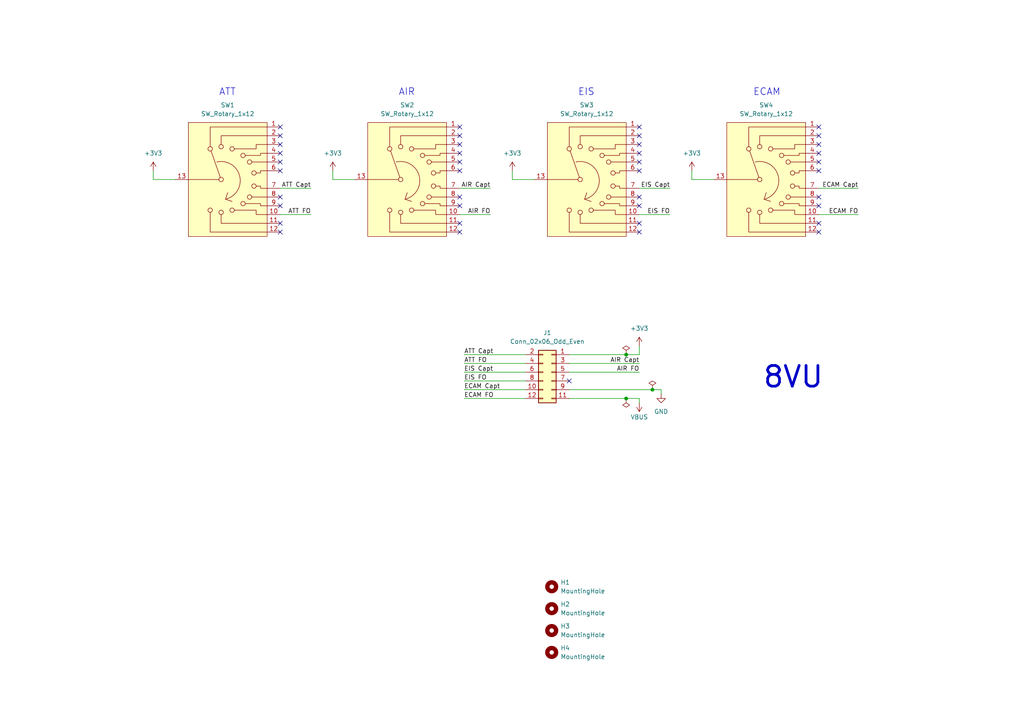
<source format=kicad_sch>
(kicad_sch (version 20231120) (generator "eeschema") (generator_version "8.0")
  (paper "A4")
  (lib_symbols
    (symbol "+3V3_1" (power) (pin_numbers hide) (pin_names (offset 0) hide)
      (property "Value" "+3V3" (at 0 3.556 0))
      (symbol "+3V3_1_0_1"
        (polyline (pts (xy -0.762 1.27) (xy 0 2.54)))
        (polyline (pts (xy 0 0) (xy 0 2.54)))
        (polyline (pts (xy 0 2.54) (xy 0.762 1.27)))
      )
      (symbol "+3V3_1_1_1"
        (pin power_in line (at 0 0 90) (length 0) (name "~") (number "1"))
      )
    )
    (symbol "+3V3_2" (power) (pin_numbers hide) (pin_names (offset 0) hide)
      (property "Value" "+3V3" (at 0 3.556 0))
      (symbol "+3V3_2_0_1"
        (polyline (pts (xy -0.762 1.27) (xy 0 2.54)))
        (polyline (pts (xy 0 0) (xy 0 2.54)))
        (polyline (pts (xy 0 2.54) (xy 0.762 1.27)))
      )
      (symbol "+3V3_2_1_1"
        (pin power_in line (at 0 0 90) (length 0) (name "~") (number "1"))
      )
    )
    (symbol "+3V3_3" (power) (pin_numbers hide) (pin_names (offset 0) hide)
      (property "Value" "+3V3" (at 0 3.556 0))
      (symbol "+3V3_3_0_1"
        (polyline (pts (xy -0.762 1.27) (xy 0 2.54)))
        (polyline (pts (xy 0 0) (xy 0 2.54)))
        (polyline (pts (xy 0 2.54) (xy 0.762 1.27)))
      )
      (symbol "+3V3_3_1_1"
        (pin power_in line (at 0 0 90) (length 0) (name "~") (number "1"))
      )
    )
    (symbol "+3V3_4" (power) (pin_numbers hide) (pin_names (offset 0) hide)
      (property "Value" "+3V3" (at 0 3.556 0))
      (symbol "+3V3_4_0_1"
        (polyline (pts (xy -0.762 1.27) (xy 0 2.54)))
        (polyline (pts (xy 0 0) (xy 0 2.54)))
        (polyline (pts (xy 0 2.54) (xy 0.762 1.27)))
      )
      (symbol "+3V3_4_1_1"
        (pin power_in line (at 0 0 90) (length 0) (name "~") (number "1"))
      )
    )
    (symbol "Connector_Generic:Conn_02x06_Odd_Even" (pin_names (offset 1.016) hide)
      (property "Reference" "J" (at 1.27 7.62 0))
      (property "Value" "Conn_02x06_Odd_Even" (at 1.27 -10.16 0))
      (symbol "Conn_02x06_Odd_Even_1_1"
        (rectangle (start -1.27 -7.493) (end 0 -7.747) (stroke (width 0.1524)))
        (rectangle (start -1.27 -4.953) (end 0 -5.207) (stroke (width 0.1524)))
        (rectangle (start -1.27 -2.413) (end 0 -2.667) (stroke (width 0.1524)))
        (rectangle (start -1.27 0.127) (end 0 -0.127) (stroke (width 0.1524)))
        (rectangle (start -1.27 2.667) (end 0 2.413) (stroke (width 0.1524)))
        (rectangle (start -1.27 5.207) (end 0 4.953) (stroke (width 0.1524)))
        (rectangle (start -1.27 6.35) (end 3.81 -8.89) (stroke (width 0.254)) (fill (type background)))
        (rectangle (start 3.81 -7.493) (end 2.54 -7.747) (stroke (width 0.1524)))
        (rectangle (start 3.81 -4.953) (end 2.54 -5.207) (stroke (width 0.1524)))
        (rectangle (start 3.81 -2.413) (end 2.54 -2.667) (stroke (width 0.1524)))
        (rectangle (start 3.81 0.127) (end 2.54 -0.127) (stroke (width 0.1524)))
        (rectangle (start 3.81 2.667) (end 2.54 2.413) (stroke (width 0.1524)))
        (rectangle (start 3.81 5.207) (end 2.54 4.953) (stroke (width 0.1524)))
        (pin passive line (at -5.08 5.08 0) (length 3.81) (name "Pin_1") (number "1"))
        (pin passive line (at 7.62 -5.08 180) (length 3.81) (name "Pin_10") (number "10"))
        (pin passive line (at -5.08 -7.62 0) (length 3.81) (name "Pin_11") (number "11"))
        (pin passive line (at 7.62 -7.62 180) (length 3.81) (name "Pin_12") (number "12"))
        (pin passive line (at 7.62 5.08 180) (length 3.81) (name "Pin_2") (number "2"))
        (pin passive line (at -5.08 2.54 0) (length 3.81) (name "Pin_3") (number "3"))
        (pin passive line (at 7.62 2.54 180) (length 3.81) (name "Pin_4") (number "4"))
        (pin passive line (at -5.08 0 0) (length 3.81) (name "Pin_5") (number "5"))
        (pin passive line (at 7.62 0 180) (length 3.81) (name "Pin_6") (number "6"))
        (pin passive line (at -5.08 -2.54 0) (length 3.81) (name "Pin_7") (number "7"))
        (pin passive line (at 7.62 -2.54 180) (length 3.81) (name "Pin_8") (number "8"))
        (pin passive line (at -5.08 -5.08 0) (length 3.81) (name "Pin_9") (number "9"))
      )
    )
    (symbol "Mechanical:MountingHole" (pin_names (offset 1.016))
      (property "Reference" "H" (at 0 5.08 0))
      (property "Value" "MountingHole" (at 0 3.175 0))
      (symbol "MountingHole_0_1"
        (circle (center 0 0) (radius 1.27) (stroke (width 1.27)))
      )
    )
    (symbol "Switch:SW_Rotary_1x12" (pin_names (offset 1.016) hide)
      (property "Reference" "SW" (at 0 17.78 0))
      (property "Value" "SW_Rotary_1x12" (at 0 -17.78 0))
      (symbol "SW_Rotary_1x12_0_0"
        (circle (center -5.08 -8.89) (radius 0.635))
        (circle (center -5.08 8.89) (radius 0.635))
        (circle (center -1.905 -9.525) (radius 0.635))
        (circle (center -1.905 0) (radius 0.635))
        (circle (center -1.905 9.525) (radius 0.635))
        (arc (start -0.635 -5.715) (mid 3.4777 0.949) (end -3.175 5.08))
        (polyline (pts (xy -2.1336 0.6096) (xy -4.826 8.2804)))
        (polyline (pts (xy -0.635 -5.715) (xy 0 -3.81)))
        (polyline (pts (xy -0.635 -5.715) (xy 1.27 -6.35)))
        (polyline (pts (xy 6.985 -5.08) (xy 11.43 -5.08)))
        (polyline (pts (xy 6.985 5.08) (xy 11.43 5.08)))
        (polyline (pts (xy -5.08 -9.525) (xy -5.08 -15.24) (xy 11.43 -15.24)))
        (polyline (pts (xy -5.08 9.525) (xy -5.08 15.24) (xy 11.43 15.24)))
        (polyline (pts (xy -1.905 -10.16) (xy -1.905 -12.7) (xy 11.43 -12.7)))
        (polyline (pts (xy -1.905 10.16) (xy -1.905 12.7) (xy 11.43 12.7)))
        (polyline (pts (xy 1.905 -8.89) (xy 8.255 -8.89) (xy 8.255 -10.16) (xy 11.43 -10.16)))
        (polyline (pts (xy 1.905 8.89) (xy 8.255 8.89) (xy 8.255 10.16) (xy 11.43 10.16)))
        (polyline (pts (xy 5.08 -6.985) (xy 9.525 -6.985) (xy 9.525 -7.62) (xy 11.43 -7.62)))
        (polyline (pts (xy 5.08 6.985) (xy 9.525 6.985) (xy 9.525 7.62) (xy 11.43 7.62)))
        (polyline (pts (xy 8.255 -1.905) (xy 9.525 -1.905) (xy 9.525 -2.54) (xy 11.43 -2.54)))
        (polyline (pts (xy 8.255 1.905) (xy 9.525 1.905) (xy 9.525 2.54) (xy 11.43 2.54)))
        (circle (center 1.27 -8.89) (radius 0.635))
        (circle (center 1.27 8.89) (radius 0.635))
        (circle (center 4.445 -6.985) (radius 0.635))
        (circle (center 4.445 6.985) (radius 0.635))
        (circle (center 6.35 -5.08) (radius 0.635))
        (circle (center 6.35 5.08) (radius 0.635))
        (circle (center 7.62 -1.905) (radius 0.635))
        (circle (center 7.62 1.905) (radius 0.635))
      )
      (symbol "SW_Rotary_1x12_1_1"
        (rectangle (start -11.43 16.51) (end 11.43 -16.51) (fill (type background)))
        (polyline (pts (xy -11.43 0) (xy -2.54 0)))
        (pin passive line (at 15.24 15.24 180) (length 3.81) (name "1") (number "1"))
        (pin passive line (at 15.24 -10.16 180) (length 3.81) (name "10") (number "10"))
        (pin passive line (at 15.24 -12.7 180) (length 3.81) (name "11") (number "11"))
        (pin passive line (at 15.24 -15.24 180) (length 3.81) (name "12") (number "12"))
        (pin passive line (at -15.24 0 0) (length 3.81) (name "13") (number "13"))
        (pin passive line (at 15.24 12.7 180) (length 3.81) (name "2") (number "2"))
        (pin passive line (at 15.24 10.16 180) (length 3.81) (name "3") (number "3"))
        (pin passive line (at 15.24 7.62 180) (length 3.81) (name "4") (number "4"))
        (pin passive line (at 15.24 5.08 180) (length 3.81) (name "5") (number "5"))
        (pin passive line (at 15.24 2.54 180) (length 3.81) (name "6") (number "6"))
        (pin passive line (at 15.24 -2.54 180) (length 3.81) (name "7") (number "7"))
        (pin passive line (at 15.24 -5.08 180) (length 3.81) (name "8") (number "8"))
        (pin passive line (at 15.24 -7.62 180) (length 3.81) (name "9") (number "9"))
      )
    )
    (symbol "power:+3V3" (power) (pin_numbers hide) (pin_names (offset 0) hide)
      (property "Value" "+3V3" (at 0 3.556 0))
      (symbol "+3V3_0_1"
        (polyline (pts (xy -0.762 1.27) (xy 0 2.54)))
        (polyline (pts (xy 0 0) (xy 0 2.54)))
        (polyline (pts (xy 0 2.54) (xy 0.762 1.27)))
      )
      (symbol "+3V3_1_1"
        (pin power_in line (at 0 0 90) (length 0) (name "~") (number "1"))
      )
    )
    (symbol "power:GND" (power) (pin_numbers hide) (pin_names (offset 0) hide)
      (property "Value" "GND" (at 0 -3.81 0))
      (symbol "GND_0_1"
        (polyline (pts (xy 0 0) (xy 0 -1.27) (xy 1.27 -1.27) (xy 0 -2.54) (xy -1.27 -1.27) (xy 0 -1.27)))
      )
      (symbol "GND_1_1"
        (pin power_in line (at 0 0 270) (length 0) (name "~") (number "1"))
      )
    )
    (symbol "power:PWR_FLAG" (power) (pin_numbers hide) (pin_names (offset 0) hide)
      (property "Value" "PWR_FLAG" (at 0 3.81 0))
      (symbol "PWR_FLAG_0_0"
        (pin power_out line (at 0 0 90) (length 0) (name "~") (number "1"))
      )
      (symbol "PWR_FLAG_0_1"
        (polyline (pts (xy 0 0) (xy 0 1.27) (xy -1.016 1.905) (xy 0 2.54) (xy 1.016 1.905) (xy 0 1.27)))
      )
    )
    (symbol "power:VBUS" (power) (pin_numbers hide) (pin_names (offset 0) hide)
      (property "Value" "VBUS" (at 0 3.556 0))
      (symbol "VBUS_0_1"
        (polyline (pts (xy -0.762 1.27) (xy 0 2.54)))
        (polyline (pts (xy 0 0) (xy 0 2.54)))
        (polyline (pts (xy 0 2.54) (xy 0.762 1.27)))
      )
      (symbol "VBUS_1_1"
        (pin power_in line (at 0 0 90) (length 0) (name "~") (number "1"))
      )
    )
  )
  (junction (at 189.23 113.03))
  (junction (at 181.61 102.87))
  (junction (at 181.61 115.57))
  (no_connect (at 185.42 57.15))
  (no_connect (at 133.35 41.91))
  (no_connect (at 81.28 67.31))
  (no_connect (at 237.49 49.53))
  (no_connect (at 81.28 57.15))
  (no_connect (at 237.49 64.77))
  (no_connect (at 185.42 46.99))
  (no_connect (at 81.28 36.83))
  (no_connect (at 133.35 67.31))
  (no_connect (at 237.49 46.99))
  (no_connect (at 185.42 59.69))
  (no_connect (at 81.28 46.99))
  (no_connect (at 237.49 57.15))
  (no_connect (at 133.35 44.45))
  (no_connect (at 81.28 59.69))
  (no_connect (at 133.35 46.99))
  (no_connect (at 237.49 44.45))
  (no_connect (at 133.35 57.15))
  (no_connect (at 133.35 59.69))
  (no_connect (at 185.42 67.31))
  (no_connect (at 185.42 44.45))
  (no_connect (at 133.35 36.83))
  (no_connect (at 237.49 59.69))
  (no_connect (at 237.49 36.83))
  (no_connect (at 237.49 39.37))
  (no_connect (at 81.28 49.53))
  (no_connect (at 185.42 64.77))
  (no_connect (at 81.28 64.77))
  (no_connect (at 81.28 39.37))
  (no_connect (at 237.49 67.31))
  (no_connect (at 185.42 36.83))
  (no_connect (at 81.28 41.91))
  (no_connect (at 237.49 41.91))
  (no_connect (at 133.35 64.77))
  (no_connect (at 133.35 49.53))
  (no_connect (at 185.42 41.91))
  (no_connect (at 185.42 49.53))
  (no_connect (at 165.1 110.49))
  (no_connect (at 133.35 39.37))
  (no_connect (at 81.28 44.45))
  (no_connect (at 185.42 39.37))
  (wire (pts (xy 165.1 115.57) (xy 181.61 115.57)))
  (wire (pts (xy 185.42 116.84) (xy 185.42 115.57)))
  (wire (pts (xy 81.28 54.61) (xy 90.17 54.61)))
  (wire (pts (xy 185.42 54.61) (xy 194.31 54.61)))
  (wire (pts (xy 165.1 113.03) (xy 189.23 113.03)))
  (wire (pts (xy 181.61 115.57) (xy 185.42 115.57)))
  (wire (pts (xy 165.1 107.95) (xy 185.42 107.95)))
  (wire (pts (xy 44.45 49.53) (xy 44.45 52.07)))
  (wire (pts (xy 165.1 102.87) (xy 181.61 102.87)))
  (wire (pts (xy 134.62 113.03) (xy 152.4 113.03)))
  (wire (pts (xy 133.35 62.23) (xy 142.24 62.23)))
  (wire (pts (xy 191.77 113.03) (xy 191.77 114.3)))
  (wire (pts (xy 134.62 105.41) (xy 152.4 105.41)))
  (wire (pts (xy 237.49 62.23) (xy 248.92 62.23)))
  (wire (pts (xy 44.45 52.07) (xy 50.8 52.07)))
  (wire (pts (xy 134.62 107.95) (xy 152.4 107.95)))
  (wire (pts (xy 96.52 49.53) (xy 96.52 52.07)))
  (wire (pts (xy 134.62 115.57) (xy 152.4 115.57)))
  (wire (pts (xy 181.61 102.87) (xy 185.42 102.87)))
  (wire (pts (xy 237.49 54.61) (xy 248.92 54.61)))
  (wire (pts (xy 133.35 54.61) (xy 142.24 54.61)))
  (wire (pts (xy 185.42 100.33) (xy 185.42 102.87)))
  (wire (pts (xy 185.42 62.23) (xy 194.31 62.23)))
  (wire (pts (xy 148.59 49.53) (xy 148.59 52.07)))
  (wire (pts (xy 148.59 52.07) (xy 154.94 52.07)))
  (wire (pts (xy 200.66 52.07) (xy 207.01 52.07)))
  (wire (pts (xy 134.62 110.49) (xy 152.4 110.49)))
  (wire (pts (xy 96.52 52.07) (xy 102.87 52.07)))
  (wire (pts (xy 134.62 102.87) (xy 152.4 102.87)))
  (wire (pts (xy 200.66 49.53) (xy 200.66 52.07)))
  (wire (pts (xy 165.1 105.41) (xy 185.42 105.41)))
  (wire (pts (xy 81.28 62.23) (xy 90.17 62.23)))
  (wire (pts (xy 189.23 113.03) (xy 191.77 113.03)))
  (text "AIR" (at 115.57 27.94 0) (effects (font (size 2 2)) (justify left bottom)))
  (text "8VU" (at 220.98 113.03 0) (effects (font (size 6 6) (thickness 0.8) (bold yes)) (justify left bottom)))
  (text "EIS" (at 167.64 27.94 0) (effects (font (size 2 2)) (justify left bottom)))
  (text "ECAM" (at 218.44 27.94 0) (effects (font (size 2 2)) (justify left bottom)))
  (text "ATT" (at 63.5 27.94 0) (effects (font (size 2 2)) (justify left bottom)))
  (label "EIS FO" (at 134.62 110.49 0))
  (label "EIS FO" (at 194.31 62.23 180))
  (label "ECAM Capt" (at 134.62 113.03 0))
  (label "EIS Capt" (at 194.31 54.61 180))
  (label "ATT Capt" (at 90.17 54.61 180))
  (label "AIR FO" (at 142.24 62.23 180))
  (label "AIR Capt" (at 185.42 105.41 180))
  (label "AIR Capt" (at 142.24 54.61 180))
  (label "ECAM Capt" (at 248.92 54.61 180))
  (label "ATT FO" (at 134.62 105.41 0))
  (label "ECAM FO" (at 134.62 115.57 0))
  (label "AIR FO" (at 185.42 107.95 180))
  (label "EIS Capt" (at 134.62 107.95 0))
  (label "ECAM FO" (at 248.92 62.23 180))
  (label "ATT FO" (at 90.17 62.23 180))
  (label "ATT Capt" (at 134.62 102.87 0))
  (symbol (lib_id "power:PWR_FLAG") (at 181.61 115.57 180) (unit 1)
    (property "Reference" "#FLG02" (effects (hide yes)))
    (property "Value" "PWR_FLAG" (effects (hide yes)))
    (property "Description" "Special symbol for telling ERC where power comes from" (effects (hide yes)))
  )
  (symbol (lib_id "power:VBUS") (at 185.42 116.84 180) (unit 1)
    (property "Reference" "#PWR012" (effects (hide yes)))
    (property "Value" "VBUS" (at 185.42 120.9731 0))
    (property "Description" "Power symbol creates a global label with name \"VBUS\"" (effects (hide yes)))
  )
  (symbol (lib_id "Mechanical:MountingHole") (at 160.02 182.88 0) (unit 1) (in_bom no)
    (property "Reference" "H3" (at 162.56 181.61 0) (effects (justify left)))
    (property "Value" "MountingHole" (at 162.56 184.15 0) (effects (justify left)))
    (property "Footprint" "MountingHole:MountingHole_2.2mm_M2" (effects (hide yes)))
  )
  (symbol (lib_id "Switch:SW_Rotary_1x12") (at 222.25 52.07 0) (unit 1)
    (property "Reference" "SW4" (at 222.25 30.48 0))
    (property "Value" "SW_Rotary_1x12" (at 222.25 33.02 0))
    (property "Footprint" "NiasStuff:C&K_Rotary_Switches" (effects (hide yes)))
    (property "Datasheet" "https://www.mouser.de/datasheet/2/240/arotary-3050724.pdf" (effects (hide yes)))
    (property "JLCPCB Part" "N/A" (effects (hide yes)))
    (property "Manufracturer" "C&K" (effects (hide yes)))
    (property "Manufracturer Part Number" "A12505RNZQ " (effects (hide yes)))
  )
  (symbol (lib_id "power:PWR_FLAG") (at 189.23 113.03 0) (unit 1)
    (property "Reference" "#FLG03" (effects (hide yes)))
    (property "Value" "PWR_FLAG" (effects (hide yes)))
    (property "Description" "Special symbol for telling ERC where power comes from" (effects (hide yes)))
  )
  (symbol (lib_id "Switch:SW_Rotary_1x12") (at 170.18 52.07 0) (unit 1)
    (property "Reference" "SW3" (at 170.18 30.48 0))
    (property "Value" "SW_Rotary_1x12" (at 170.18 33.02 0))
    (property "Footprint" "NiasStuff:C&K_Rotary_Switches" (effects (hide yes)))
    (property "Datasheet" "https://www.mouser.de/datasheet/2/240/arotary-3050724.pdf" (effects (hide yes)))
    (property "JLCPCB Part" "N/A" (effects (hide yes)))
    (property "Manufracturer" "C&K" (effects (hide yes)))
    (property "Manufracturer Part Number" "A12505RNZQ " (effects (hide yes)))
  )
  (symbol (lib_id "Switch:SW_Rotary_1x12") (at 118.11 52.07 0) (unit 1)
    (property "Reference" "SW2" (at 118.11 30.48 0))
    (property "Value" "SW_Rotary_1x12" (at 118.11 33.02 0))
    (property "Footprint" "NiasStuff:C&K_Rotary_Switches" (effects (hide yes)))
    (property "Datasheet" "https://www.mouser.de/datasheet/2/240/arotary-3050724.pdf" (effects (hide yes)))
    (property "JLCPCB Part" "N/A" (effects (hide yes)))
    (property "Manufracturer" "C&K" (effects (hide yes)))
    (property "Manufracturer Part Number" "A12505RNZQ " (effects (hide yes)))
  )
  (symbol (lib_id "power:PWR_FLAG") (at 181.61 102.87 0) (unit 1)
    (property "Reference" "#FLG01" (effects (hide yes)))
    (property "Value" "PWR_FLAG" (effects (hide yes)))
    (property "Description" "Special symbol for telling ERC where power comes from" (effects (hide yes)))
  )
  (symbol (lib_id "power:GND") (at 191.77 114.3 0) (unit 1)
    (property "Reference" "#PWR013" (effects (hide yes)))
    (property "Value" "GND" (at 191.77 119.38 0))
    (property "Description" "Power symbol creates a global label with name \"GND\" , ground" (effects (hide yes)))
  )
  (symbol (lib_id "Mechanical:MountingHole") (at 160.02 189.23 0) (unit 1) (in_bom no)
    (property "Reference" "H4" (at 162.56 187.96 0) (effects (justify left)))
    (property "Value" "MountingHole" (at 162.56 190.5 0) (effects (justify left)))
    (property "Footprint" "MountingHole:MountingHole_2.2mm_M2" (effects (hide yes)))
  )
  (symbol (lib_id "Switch:SW_Rotary_1x12") (at 66.04 52.07 0) (unit 1)
    (property "Reference" "SW1" (at 66.04 30.48 0))
    (property "Value" "SW_Rotary_1x12" (at 66.04 33.02 0))
    (property "Footprint" "NiasStuff:C&K_Rotary_Switches" (effects (hide yes)))
    (property "Datasheet" "https://www.mouser.de/datasheet/2/240/arotary-3050724.pdf" (effects (hide yes)))
    (property "JLCPCB Part" "N/A" (effects (hide yes)))
    (property "Manufracturer" "C&K" (effects (hide yes)))
    (property "Manufracturer Part Number" "A12505RNZQ " (effects (hide yes)))
  )
  (symbol (lib_name "+3V3_1") (lib_id "power:+3V3") (at 185.42 100.33 0) (unit 1)
    (property "Reference" "#PWR011" (effects (hide yes)))
    (property "Value" "+3V3" (at 185.42 95.25 0))
    (property "Description" "Power symbol creates a global label with name \"+3V3\"" (effects (hide yes)))
  )
  (symbol (lib_id "Connector_Generic:Conn_02x06_Odd_Even") (at 160.02 107.95 0) (mirror y) (unit 1)
    (property "Reference" "J1" (at 158.75 96.52 0))
    (property "Value" "Conn_02x06_Odd_Even" (at 158.75 99.06 0))
    (property "Footprint" "Connector_IDC:IDC-Header_2x06_P2.54mm_Vertical" (effects (hide yes)))
    (property "Datasheet" "https://www.lcsc.com/datasheet/lcsc_datasheet_2304140030_BOOMELE-Boom-Precision-Elec-2-54-2-6P_C9136.pdf" (effects (hide yes)))
    (property "JLCPCB Part" "C9136" (effects (hide yes)))
    (property "Manufracturer" "BOOMELE(Boom Precision Elec)" (effects (hide yes)))
    (property "Manufracturer Part Number" "2.54-2*6P" (effects (hide yes)))
  )
  (symbol (lib_id "Mechanical:MountingHole") (at 160.02 176.53 0) (unit 1) (in_bom no)
    (property "Reference" "H2" (at 162.56 175.26 0) (effects (justify left)))
    (property "Value" "MountingHole" (at 162.56 177.8 0) (effects (justify left)))
    (property "Footprint" "MountingHole:MountingHole_2.2mm_M2" (effects (hide yes)))
  )
  (symbol (lib_name "+3V3_2") (lib_id "power:+3V3") (at 148.59 49.53 0) (unit 1)
    (property "Reference" "#PWR03" (effects (hide yes)))
    (property "Value" "+3V3" (at 148.59 44.45 0))
    (property "Description" "Power symbol creates a global label with name \"+3V3\"" (effects (hide yes)))
  )
  (symbol (lib_id "Mechanical:MountingHole") (at 160.02 170.18 0) (unit 1) (in_bom no)
    (property "Reference" "H1" (at 162.56 168.91 0) (effects (justify left)))
    (property "Value" "MountingHole" (at 162.56 171.45 0) (effects (justify left)))
    (property "Footprint" "MountingHole:MountingHole_2.2mm_M2" (effects (hide yes)))
  )
  (symbol (lib_name "+3V3_4") (lib_id "power:+3V3") (at 96.52 49.53 0) (unit 1)
    (property "Reference" "#PWR02" (effects (hide yes)))
    (property "Value" "+3V3" (at 96.52 44.45 0))
    (property "Description" "Power symbol creates a global label with name \"+3V3\"" (effects (hide yes)))
  )
  (symbol (lib_id "power:+3V3") (at 44.45 49.53 0) (unit 1)
    (property "Reference" "#PWR01" (effects (hide yes)))
    (property "Value" "+3V3" (at 44.45 44.45 0))
    (property "Description" "Power symbol creates a global label with name \"+3V3\"" (effects (hide yes)))
  )
  (symbol (lib_name "+3V3_3") (lib_id "power:+3V3") (at 200.66 49.53 0) (unit 1)
    (property "Reference" "#PWR04" (effects (hide yes)))
    (property "Value" "+3V3" (at 200.66 44.45 0))
    (property "Description" "Power symbol creates a global label with name \"+3V3\"" (effects (hide yes)))
  )
)
</source>
